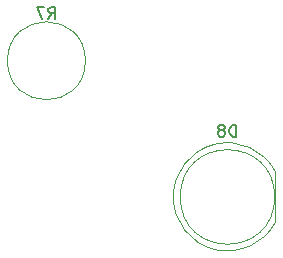
<source format=gbr>
%TF.GenerationSoftware,KiCad,Pcbnew,8.0.4*%
%TF.CreationDate,2024-07-24T16:54:55-04:00*%
%TF.ProjectId,esp32-wroom-table-lights,65737033-322d-4777-926f-6f6d2d746162,rev?*%
%TF.SameCoordinates,Original*%
%TF.FileFunction,Legend,Bot*%
%TF.FilePolarity,Positive*%
%FSLAX46Y46*%
G04 Gerber Fmt 4.6, Leading zero omitted, Abs format (unit mm)*
G04 Created by KiCad (PCBNEW 8.0.4) date 2024-07-24 16:54:55*
%MOMM*%
%LPD*%
G01*
G04 APERTURE LIST*
%ADD10C,0.150000*%
%ADD11C,0.120000*%
G04 APERTURE END LIST*
D10*
X180716666Y-100929819D02*
X181049999Y-100453628D01*
X181288094Y-100929819D02*
X181288094Y-99929819D01*
X181288094Y-99929819D02*
X180907142Y-99929819D01*
X180907142Y-99929819D02*
X180811904Y-99977438D01*
X180811904Y-99977438D02*
X180764285Y-100025057D01*
X180764285Y-100025057D02*
X180716666Y-100120295D01*
X180716666Y-100120295D02*
X180716666Y-100263152D01*
X180716666Y-100263152D02*
X180764285Y-100358390D01*
X180764285Y-100358390D02*
X180811904Y-100406009D01*
X180811904Y-100406009D02*
X180907142Y-100453628D01*
X180907142Y-100453628D02*
X181288094Y-100453628D01*
X180383332Y-99929819D02*
X179716666Y-99929819D01*
X179716666Y-99929819D02*
X180145237Y-100929819D01*
X196618094Y-110894819D02*
X196618094Y-109894819D01*
X196618094Y-109894819D02*
X196379999Y-109894819D01*
X196379999Y-109894819D02*
X196237142Y-109942438D01*
X196237142Y-109942438D02*
X196141904Y-110037676D01*
X196141904Y-110037676D02*
X196094285Y-110132914D01*
X196094285Y-110132914D02*
X196046666Y-110323390D01*
X196046666Y-110323390D02*
X196046666Y-110466247D01*
X196046666Y-110466247D02*
X196094285Y-110656723D01*
X196094285Y-110656723D02*
X196141904Y-110751961D01*
X196141904Y-110751961D02*
X196237142Y-110847200D01*
X196237142Y-110847200D02*
X196379999Y-110894819D01*
X196379999Y-110894819D02*
X196618094Y-110894819D01*
X195475237Y-110323390D02*
X195570475Y-110275771D01*
X195570475Y-110275771D02*
X195618094Y-110228152D01*
X195618094Y-110228152D02*
X195665713Y-110132914D01*
X195665713Y-110132914D02*
X195665713Y-110085295D01*
X195665713Y-110085295D02*
X195618094Y-109990057D01*
X195618094Y-109990057D02*
X195570475Y-109942438D01*
X195570475Y-109942438D02*
X195475237Y-109894819D01*
X195475237Y-109894819D02*
X195284761Y-109894819D01*
X195284761Y-109894819D02*
X195189523Y-109942438D01*
X195189523Y-109942438D02*
X195141904Y-109990057D01*
X195141904Y-109990057D02*
X195094285Y-110085295D01*
X195094285Y-110085295D02*
X195094285Y-110132914D01*
X195094285Y-110132914D02*
X195141904Y-110228152D01*
X195141904Y-110228152D02*
X195189523Y-110275771D01*
X195189523Y-110275771D02*
X195284761Y-110323390D01*
X195284761Y-110323390D02*
X195475237Y-110323390D01*
X195475237Y-110323390D02*
X195570475Y-110371009D01*
X195570475Y-110371009D02*
X195618094Y-110418628D01*
X195618094Y-110418628D02*
X195665713Y-110513866D01*
X195665713Y-110513866D02*
X195665713Y-110704342D01*
X195665713Y-110704342D02*
X195618094Y-110799580D01*
X195618094Y-110799580D02*
X195570475Y-110847200D01*
X195570475Y-110847200D02*
X195475237Y-110894819D01*
X195475237Y-110894819D02*
X195284761Y-110894819D01*
X195284761Y-110894819D02*
X195189523Y-110847200D01*
X195189523Y-110847200D02*
X195141904Y-110799580D01*
X195141904Y-110799580D02*
X195094285Y-110704342D01*
X195094285Y-110704342D02*
X195094285Y-110513866D01*
X195094285Y-110513866D02*
X195141904Y-110418628D01*
X195141904Y-110418628D02*
X195189523Y-110371009D01*
X195189523Y-110371009D02*
X195284761Y-110323390D01*
D11*
%TO.C,R7*%
X183851515Y-104475000D02*
G75*
G02*
X177248485Y-104475000I-3301515J0D01*
G01*
X177248485Y-104475000D02*
G75*
G02*
X183851515Y-104475000I3301515J0D01*
G01*
%TO.C,D8*%
X199880000Y-116000000D02*
G75*
G02*
X191880000Y-116000000I-4000000J0D01*
G01*
X191880000Y-116000000D02*
G75*
G02*
X199880000Y-116000000I4000000J0D01*
G01*
X199940000Y-118141145D02*
G75*
G02*
X191290000Y-115999514I-4060000J2141145D01*
G01*
X191290000Y-116000486D02*
G75*
G02*
X199940000Y-113858855I4590000J486D01*
G01*
X199940000Y-118142000D02*
X199940000Y-113858000D01*
%TD*%
M02*

</source>
